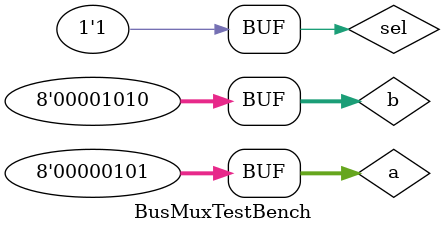
<source format=v>
`timescale 1ns/1ns
module BusMuxTestBench();
	reg [7:0] a, b;
	reg sel;
	wire [7:0] o;
	
	BusMux bm(a, b, sel, o);
	
	initial begin
		a = 8'b00000001; b = 8'b0000011; sel = 1'b0; #20;
		a = 8'd5; b = 8'd10; sel = 1'b1; #20;
	end 
	
endmodule
</source>
